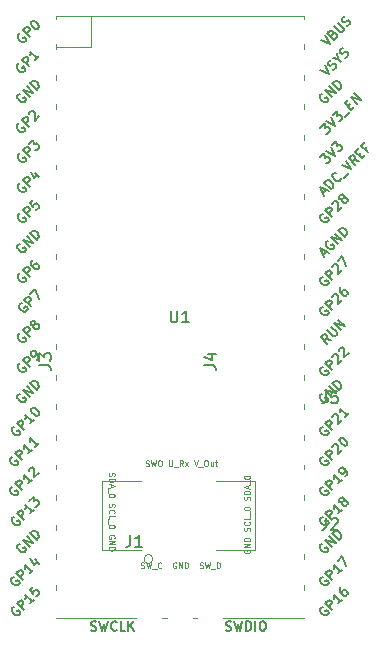
<source format=gbr>
%TF.GenerationSoftware,KiCad,Pcbnew,6.0.8-f2edbf62ab~116~ubuntu22.04.1*%
%TF.CreationDate,2022-10-03T19:04:55-04:00*%
%TF.ProjectId,PicoDebugInterface,5069636f-4465-4627-9567-496e74657266,rev?*%
%TF.SameCoordinates,Original*%
%TF.FileFunction,Legend,Top*%
%TF.FilePolarity,Positive*%
%FSLAX46Y46*%
G04 Gerber Fmt 4.6, Leading zero omitted, Abs format (unit mm)*
G04 Created by KiCad (PCBNEW 6.0.8-f2edbf62ab~116~ubuntu22.04.1) date 2022-10-03 19:04:55*
%MOMM*%
%LPD*%
G01*
G04 APERTURE LIST*
%ADD10C,0.125000*%
%ADD11C,0.150000*%
%ADD12C,0.120000*%
G04 APERTURE END LIST*
D10*
X125471657Y-66394780D02*
X125543085Y-66418590D01*
X125662133Y-66418590D01*
X125709752Y-66394780D01*
X125733561Y-66370971D01*
X125757371Y-66323352D01*
X125757371Y-66275733D01*
X125733561Y-66228114D01*
X125709752Y-66204304D01*
X125662133Y-66180495D01*
X125566895Y-66156685D01*
X125519276Y-66132876D01*
X125495466Y-66109066D01*
X125471657Y-66061447D01*
X125471657Y-66013828D01*
X125495466Y-65966209D01*
X125519276Y-65942400D01*
X125566895Y-65918590D01*
X125685942Y-65918590D01*
X125757371Y-65942400D01*
X125924038Y-65918590D02*
X126043085Y-66418590D01*
X126138323Y-66061447D01*
X126233561Y-66418590D01*
X126352609Y-65918590D01*
X126424038Y-66466209D02*
X126804990Y-66466209D01*
X127209752Y-66370971D02*
X127185942Y-66394780D01*
X127114514Y-66418590D01*
X127066895Y-66418590D01*
X126995466Y-66394780D01*
X126947847Y-66347161D01*
X126924038Y-66299542D01*
X126900228Y-66204304D01*
X126900228Y-66132876D01*
X126924038Y-66037638D01*
X126947847Y-65990019D01*
X126995466Y-65942400D01*
X127066895Y-65918590D01*
X127114514Y-65918590D01*
X127185942Y-65942400D01*
X127209752Y-65966209D01*
X128447847Y-65942400D02*
X128400228Y-65918590D01*
X128328800Y-65918590D01*
X128257371Y-65942400D01*
X128209752Y-65990019D01*
X128185942Y-66037638D01*
X128162133Y-66132876D01*
X128162133Y-66204304D01*
X128185942Y-66299542D01*
X128209752Y-66347161D01*
X128257371Y-66394780D01*
X128328800Y-66418590D01*
X128376419Y-66418590D01*
X128447847Y-66394780D01*
X128471657Y-66370971D01*
X128471657Y-66204304D01*
X128376419Y-66204304D01*
X128685942Y-66418590D02*
X128685942Y-65918590D01*
X128971657Y-66418590D01*
X128971657Y-65918590D01*
X129209752Y-66418590D02*
X129209752Y-65918590D01*
X129328800Y-65918590D01*
X129400228Y-65942400D01*
X129447847Y-65990019D01*
X129471657Y-66037638D01*
X129495466Y-66132876D01*
X129495466Y-66204304D01*
X129471657Y-66299542D01*
X129447847Y-66347161D01*
X129400228Y-66394780D01*
X129328800Y-66418590D01*
X129209752Y-66418590D01*
X130447847Y-66394780D02*
X130519276Y-66418590D01*
X130638323Y-66418590D01*
X130685942Y-66394780D01*
X130709752Y-66370971D01*
X130733561Y-66323352D01*
X130733561Y-66275733D01*
X130709752Y-66228114D01*
X130685942Y-66204304D01*
X130638323Y-66180495D01*
X130543085Y-66156685D01*
X130495466Y-66132876D01*
X130471657Y-66109066D01*
X130447847Y-66061447D01*
X130447847Y-66013828D01*
X130471657Y-65966209D01*
X130495466Y-65942400D01*
X130543085Y-65918590D01*
X130662133Y-65918590D01*
X130733561Y-65942400D01*
X130900228Y-65918590D02*
X131019276Y-66418590D01*
X131114514Y-66061447D01*
X131209752Y-66418590D01*
X131328800Y-65918590D01*
X131400228Y-66466209D02*
X131781180Y-66466209D01*
X131900228Y-66418590D02*
X131900228Y-65918590D01*
X132019276Y-65918590D01*
X132090704Y-65942400D01*
X132138323Y-65990019D01*
X132162133Y-66037638D01*
X132185942Y-66132876D01*
X132185942Y-66204304D01*
X132162133Y-66299542D01*
X132138323Y-66347161D01*
X132090704Y-66394780D01*
X132019276Y-66418590D01*
X131900228Y-66418590D01*
X125867695Y-57758780D02*
X125939123Y-57782590D01*
X126058171Y-57782590D01*
X126105790Y-57758780D01*
X126129600Y-57734971D01*
X126153409Y-57687352D01*
X126153409Y-57639733D01*
X126129600Y-57592114D01*
X126105790Y-57568304D01*
X126058171Y-57544495D01*
X125962933Y-57520685D01*
X125915314Y-57496876D01*
X125891504Y-57473066D01*
X125867695Y-57425447D01*
X125867695Y-57377828D01*
X125891504Y-57330209D01*
X125915314Y-57306400D01*
X125962933Y-57282590D01*
X126081980Y-57282590D01*
X126153409Y-57306400D01*
X126320076Y-57282590D02*
X126439123Y-57782590D01*
X126534361Y-57425447D01*
X126629600Y-57782590D01*
X126748647Y-57282590D01*
X127034361Y-57282590D02*
X127129600Y-57282590D01*
X127177219Y-57306400D01*
X127224838Y-57354019D01*
X127248647Y-57449257D01*
X127248647Y-57615923D01*
X127224838Y-57711161D01*
X127177219Y-57758780D01*
X127129600Y-57782590D01*
X127034361Y-57782590D01*
X126986742Y-57758780D01*
X126939123Y-57711161D01*
X126915314Y-57615923D01*
X126915314Y-57449257D01*
X126939123Y-57354019D01*
X126986742Y-57306400D01*
X127034361Y-57282590D01*
X127843885Y-57282590D02*
X127843885Y-57687352D01*
X127867695Y-57734971D01*
X127891504Y-57758780D01*
X127939123Y-57782590D01*
X128034361Y-57782590D01*
X128081980Y-57758780D01*
X128105790Y-57734971D01*
X128129600Y-57687352D01*
X128129600Y-57282590D01*
X128248647Y-57830209D02*
X128629600Y-57830209D01*
X129034361Y-57782590D02*
X128867695Y-57544495D01*
X128748647Y-57782590D02*
X128748647Y-57282590D01*
X128939123Y-57282590D01*
X128986742Y-57306400D01*
X129010552Y-57330209D01*
X129034361Y-57377828D01*
X129034361Y-57449257D01*
X129010552Y-57496876D01*
X128986742Y-57520685D01*
X128939123Y-57544495D01*
X128748647Y-57544495D01*
X129201028Y-57782590D02*
X129462933Y-57449257D01*
X129201028Y-57449257D02*
X129462933Y-57782590D01*
X129962933Y-57282590D02*
X130129600Y-57782590D01*
X130296266Y-57282590D01*
X130343885Y-57830209D02*
X130724838Y-57830209D01*
X130939123Y-57282590D02*
X131034361Y-57282590D01*
X131081980Y-57306400D01*
X131129600Y-57354019D01*
X131153409Y-57449257D01*
X131153409Y-57615923D01*
X131129600Y-57711161D01*
X131081980Y-57758780D01*
X131034361Y-57782590D01*
X130939123Y-57782590D01*
X130891504Y-57758780D01*
X130843885Y-57711161D01*
X130820076Y-57615923D01*
X130820076Y-57449257D01*
X130843885Y-57354019D01*
X130891504Y-57306400D01*
X130939123Y-57282590D01*
X131581980Y-57449257D02*
X131581980Y-57782590D01*
X131367695Y-57449257D02*
X131367695Y-57711161D01*
X131391504Y-57758780D01*
X131439123Y-57782590D01*
X131510552Y-57782590D01*
X131558171Y-57758780D01*
X131581980Y-57734971D01*
X131748647Y-57449257D02*
X131939123Y-57449257D01*
X131820076Y-57282590D02*
X131820076Y-57711161D01*
X131843885Y-57758780D01*
X131891504Y-57782590D01*
X131939123Y-57782590D01*
X134221500Y-64886304D02*
X134197690Y-64933923D01*
X134197690Y-65005352D01*
X134221500Y-65076780D01*
X134269119Y-65124400D01*
X134316738Y-65148209D01*
X134411976Y-65172019D01*
X134483404Y-65172019D01*
X134578642Y-65148209D01*
X134626261Y-65124400D01*
X134673880Y-65076780D01*
X134697690Y-65005352D01*
X134697690Y-64957733D01*
X134673880Y-64886304D01*
X134650071Y-64862495D01*
X134483404Y-64862495D01*
X134483404Y-64957733D01*
X134697690Y-64648209D02*
X134197690Y-64648209D01*
X134697690Y-64362495D01*
X134197690Y-64362495D01*
X134697690Y-64124400D02*
X134197690Y-64124400D01*
X134197690Y-64005352D01*
X134221500Y-63933923D01*
X134269119Y-63886304D01*
X134316738Y-63862495D01*
X134411976Y-63838685D01*
X134483404Y-63838685D01*
X134578642Y-63862495D01*
X134626261Y-63886304D01*
X134673880Y-63933923D01*
X134697690Y-64005352D01*
X134697690Y-64124400D01*
X134673880Y-63267257D02*
X134697690Y-63195828D01*
X134697690Y-63076780D01*
X134673880Y-63029161D01*
X134650071Y-63005352D01*
X134602452Y-62981542D01*
X134554833Y-62981542D01*
X134507214Y-63005352D01*
X134483404Y-63029161D01*
X134459595Y-63076780D01*
X134435785Y-63172019D01*
X134411976Y-63219638D01*
X134388166Y-63243447D01*
X134340547Y-63267257D01*
X134292928Y-63267257D01*
X134245309Y-63243447D01*
X134221500Y-63219638D01*
X134197690Y-63172019D01*
X134197690Y-63052971D01*
X134221500Y-62981542D01*
X134650071Y-62481542D02*
X134673880Y-62505352D01*
X134697690Y-62576780D01*
X134697690Y-62624400D01*
X134673880Y-62695828D01*
X134626261Y-62743447D01*
X134578642Y-62767257D01*
X134483404Y-62791066D01*
X134411976Y-62791066D01*
X134316738Y-62767257D01*
X134269119Y-62743447D01*
X134221500Y-62695828D01*
X134197690Y-62624400D01*
X134197690Y-62576780D01*
X134221500Y-62505352D01*
X134245309Y-62481542D01*
X134697690Y-62029161D02*
X134697690Y-62267257D01*
X134197690Y-62267257D01*
X134745309Y-61981542D02*
X134745309Y-61600590D01*
X134197690Y-61386304D02*
X134197690Y-61338685D01*
X134221500Y-61291066D01*
X134245309Y-61267257D01*
X134292928Y-61243447D01*
X134388166Y-61219638D01*
X134507214Y-61219638D01*
X134602452Y-61243447D01*
X134650071Y-61267257D01*
X134673880Y-61291066D01*
X134697690Y-61338685D01*
X134697690Y-61386304D01*
X134673880Y-61433923D01*
X134650071Y-61457733D01*
X134602452Y-61481542D01*
X134507214Y-61505352D01*
X134388166Y-61505352D01*
X134292928Y-61481542D01*
X134245309Y-61457733D01*
X134221500Y-61433923D01*
X134197690Y-61386304D01*
X134673880Y-60648209D02*
X134697690Y-60576780D01*
X134697690Y-60457733D01*
X134673880Y-60410114D01*
X134650071Y-60386304D01*
X134602452Y-60362495D01*
X134554833Y-60362495D01*
X134507214Y-60386304D01*
X134483404Y-60410114D01*
X134459595Y-60457733D01*
X134435785Y-60552971D01*
X134411976Y-60600590D01*
X134388166Y-60624400D01*
X134340547Y-60648209D01*
X134292928Y-60648209D01*
X134245309Y-60624400D01*
X134221500Y-60600590D01*
X134197690Y-60552971D01*
X134197690Y-60433923D01*
X134221500Y-60362495D01*
X134697690Y-60148209D02*
X134197690Y-60148209D01*
X134197690Y-60029161D01*
X134221500Y-59957733D01*
X134269119Y-59910114D01*
X134316738Y-59886304D01*
X134411976Y-59862495D01*
X134483404Y-59862495D01*
X134578642Y-59886304D01*
X134626261Y-59910114D01*
X134673880Y-59957733D01*
X134697690Y-60029161D01*
X134697690Y-60148209D01*
X134554833Y-59672019D02*
X134554833Y-59433923D01*
X134697690Y-59719638D02*
X134197690Y-59552971D01*
X134697690Y-59386304D01*
X134745309Y-59338685D02*
X134745309Y-58957733D01*
X134197690Y-58743447D02*
X134197690Y-58695828D01*
X134221500Y-58648209D01*
X134245309Y-58624400D01*
X134292928Y-58600590D01*
X134388166Y-58576780D01*
X134507214Y-58576780D01*
X134602452Y-58600590D01*
X134650071Y-58624400D01*
X134673880Y-58648209D01*
X134697690Y-58695828D01*
X134697690Y-58743447D01*
X134673880Y-58791066D01*
X134650071Y-58814876D01*
X134602452Y-58838685D01*
X134507214Y-58862495D01*
X134388166Y-58862495D01*
X134292928Y-58838685D01*
X134245309Y-58814876D01*
X134221500Y-58791066D01*
X134197690Y-58743447D01*
X122780519Y-58335504D02*
X122756709Y-58406933D01*
X122756709Y-58525980D01*
X122780519Y-58573600D01*
X122804328Y-58597409D01*
X122851947Y-58621219D01*
X122899566Y-58621219D01*
X122947185Y-58597409D01*
X122970995Y-58573600D01*
X122994804Y-58525980D01*
X123018614Y-58430742D01*
X123042423Y-58383123D01*
X123066233Y-58359314D01*
X123113852Y-58335504D01*
X123161471Y-58335504D01*
X123209090Y-58359314D01*
X123232900Y-58383123D01*
X123256709Y-58430742D01*
X123256709Y-58549790D01*
X123232900Y-58621219D01*
X122756709Y-58835504D02*
X123256709Y-58835504D01*
X123256709Y-58954552D01*
X123232900Y-59025980D01*
X123185280Y-59073600D01*
X123137661Y-59097409D01*
X123042423Y-59121219D01*
X122970995Y-59121219D01*
X122875757Y-59097409D01*
X122828138Y-59073600D01*
X122780519Y-59025980D01*
X122756709Y-58954552D01*
X122756709Y-58835504D01*
X122899566Y-59311695D02*
X122899566Y-59549790D01*
X122756709Y-59264076D02*
X123256709Y-59430742D01*
X122756709Y-59597409D01*
X122709090Y-59645028D02*
X122709090Y-60025980D01*
X123256709Y-60240266D02*
X123256709Y-60287885D01*
X123232900Y-60335504D01*
X123209090Y-60359314D01*
X123161471Y-60383123D01*
X123066233Y-60406933D01*
X122947185Y-60406933D01*
X122851947Y-60383123D01*
X122804328Y-60359314D01*
X122780519Y-60335504D01*
X122756709Y-60287885D01*
X122756709Y-60240266D01*
X122780519Y-60192647D01*
X122804328Y-60168838D01*
X122851947Y-60145028D01*
X122947185Y-60121219D01*
X123066233Y-60121219D01*
X123161471Y-60145028D01*
X123209090Y-60168838D01*
X123232900Y-60192647D01*
X123256709Y-60240266D01*
X122780519Y-60978361D02*
X122756709Y-61049790D01*
X122756709Y-61168838D01*
X122780519Y-61216457D01*
X122804328Y-61240266D01*
X122851947Y-61264076D01*
X122899566Y-61264076D01*
X122947185Y-61240266D01*
X122970995Y-61216457D01*
X122994804Y-61168838D01*
X123018614Y-61073600D01*
X123042423Y-61025980D01*
X123066233Y-61002171D01*
X123113852Y-60978361D01*
X123161471Y-60978361D01*
X123209090Y-61002171D01*
X123232900Y-61025980D01*
X123256709Y-61073600D01*
X123256709Y-61192647D01*
X123232900Y-61264076D01*
X122804328Y-61764076D02*
X122780519Y-61740266D01*
X122756709Y-61668838D01*
X122756709Y-61621219D01*
X122780519Y-61549790D01*
X122828138Y-61502171D01*
X122875757Y-61478361D01*
X122970995Y-61454552D01*
X123042423Y-61454552D01*
X123137661Y-61478361D01*
X123185280Y-61502171D01*
X123232900Y-61549790D01*
X123256709Y-61621219D01*
X123256709Y-61668838D01*
X123232900Y-61740266D01*
X123209090Y-61764076D01*
X122756709Y-62216457D02*
X122756709Y-61978361D01*
X123256709Y-61978361D01*
X122709090Y-62264076D02*
X122709090Y-62645028D01*
X123256709Y-62859314D02*
X123256709Y-62906933D01*
X123232900Y-62954552D01*
X123209090Y-62978361D01*
X123161471Y-63002171D01*
X123066233Y-63025980D01*
X122947185Y-63025980D01*
X122851947Y-63002171D01*
X122804328Y-62978361D01*
X122780519Y-62954552D01*
X122756709Y-62906933D01*
X122756709Y-62859314D01*
X122780519Y-62811695D01*
X122804328Y-62787885D01*
X122851947Y-62764076D01*
X122947185Y-62740266D01*
X123066233Y-62740266D01*
X123161471Y-62764076D01*
X123209090Y-62787885D01*
X123232900Y-62811695D01*
X123256709Y-62859314D01*
X123232900Y-63883123D02*
X123256709Y-63835504D01*
X123256709Y-63764076D01*
X123232900Y-63692647D01*
X123185280Y-63645028D01*
X123137661Y-63621219D01*
X123042423Y-63597409D01*
X122970995Y-63597409D01*
X122875757Y-63621219D01*
X122828138Y-63645028D01*
X122780519Y-63692647D01*
X122756709Y-63764076D01*
X122756709Y-63811695D01*
X122780519Y-63883123D01*
X122804328Y-63906933D01*
X122970995Y-63906933D01*
X122970995Y-63811695D01*
X122756709Y-64121219D02*
X123256709Y-64121219D01*
X122756709Y-64406933D01*
X123256709Y-64406933D01*
X122756709Y-64645028D02*
X123256709Y-64645028D01*
X123256709Y-64764076D01*
X123232900Y-64835504D01*
X123185280Y-64883123D01*
X123137661Y-64906933D01*
X123042423Y-64930742D01*
X122970995Y-64930742D01*
X122875757Y-64906933D01*
X122828138Y-64883123D01*
X122780519Y-64835504D01*
X122756709Y-64764076D01*
X122756709Y-64645028D01*
D11*
%TO.C,J2*%
X141144666Y-62190380D02*
X141144666Y-62904666D01*
X141097047Y-63047523D01*
X141001809Y-63142761D01*
X140858952Y-63190380D01*
X140763714Y-63190380D01*
X141573238Y-62285619D02*
X141620857Y-62238000D01*
X141716095Y-62190380D01*
X141954190Y-62190380D01*
X142049428Y-62238000D01*
X142097047Y-62285619D01*
X142144666Y-62380857D01*
X142144666Y-62476095D01*
X142097047Y-62618952D01*
X141525619Y-63190380D01*
X142144666Y-63190380D01*
%TO.C,J4*%
X130833880Y-49228333D02*
X131548166Y-49228333D01*
X131691023Y-49275952D01*
X131786261Y-49371190D01*
X131833880Y-49514047D01*
X131833880Y-49609285D01*
X131167214Y-48323571D02*
X131833880Y-48323571D01*
X130786261Y-48561666D02*
X131500547Y-48799761D01*
X131500547Y-48180714D01*
%TO.C,J1*%
X124583866Y-63612780D02*
X124583866Y-64327066D01*
X124536247Y-64469923D01*
X124441009Y-64565161D01*
X124298152Y-64612780D01*
X124202914Y-64612780D01*
X125583866Y-64612780D02*
X125012438Y-64612780D01*
X125298152Y-64612780D02*
X125298152Y-63612780D01*
X125202914Y-63755638D01*
X125107676Y-63850876D01*
X125012438Y-63898495D01*
%TO.C,U1*%
X127988095Y-44602380D02*
X127988095Y-45411904D01*
X128035714Y-45507142D01*
X128083333Y-45554761D01*
X128178571Y-45602380D01*
X128369047Y-45602380D01*
X128464285Y-45554761D01*
X128511904Y-45507142D01*
X128559523Y-45411904D01*
X128559523Y-44602380D01*
X129559523Y-45602380D02*
X128988095Y-45602380D01*
X129273809Y-45602380D02*
X129273809Y-44602380D01*
X129178571Y-44745238D01*
X129083333Y-44840476D01*
X128988095Y-44888095D01*
X140670473Y-24219966D02*
X141424720Y-24597089D01*
X141047597Y-23842842D01*
X141747969Y-24219966D02*
X141855719Y-24166091D01*
X141990406Y-24031404D01*
X142017343Y-23950592D01*
X142017343Y-23896717D01*
X141990406Y-23815905D01*
X141936531Y-23762030D01*
X141855719Y-23735093D01*
X141801844Y-23735093D01*
X141721032Y-23762030D01*
X141586345Y-23842842D01*
X141505532Y-23869780D01*
X141451658Y-23869780D01*
X141370845Y-23842842D01*
X141316971Y-23788967D01*
X141290033Y-23708155D01*
X141290033Y-23654280D01*
X141316971Y-23573468D01*
X141451658Y-23438781D01*
X141559407Y-23384906D01*
X142178967Y-23304094D02*
X142448341Y-23573468D01*
X141694094Y-23196345D02*
X142178967Y-23304094D01*
X142071218Y-22819221D01*
X142771590Y-23196345D02*
X142879340Y-23142470D01*
X143014027Y-23007783D01*
X143040964Y-22926971D01*
X143040964Y-22873096D01*
X143014027Y-22792284D01*
X142960152Y-22738409D01*
X142879340Y-22711471D01*
X142825465Y-22711471D01*
X142744653Y-22738409D01*
X142609966Y-22819221D01*
X142529154Y-22846158D01*
X142475279Y-22846158D01*
X142394467Y-22819221D01*
X142340592Y-22765346D01*
X142313654Y-22684534D01*
X142313654Y-22630659D01*
X142340592Y-22549847D01*
X142475279Y-22415160D01*
X142583028Y-22361285D01*
X115236158Y-51648155D02*
X115155346Y-51675093D01*
X115074534Y-51755905D01*
X115020659Y-51863654D01*
X115020659Y-51971404D01*
X115047597Y-52052216D01*
X115128409Y-52186903D01*
X115209221Y-52267715D01*
X115343908Y-52348528D01*
X115424720Y-52375465D01*
X115532470Y-52375465D01*
X115640219Y-52321590D01*
X115694094Y-52267715D01*
X115747969Y-52159966D01*
X115747969Y-52106091D01*
X115559407Y-51917529D01*
X115451658Y-52025279D01*
X116044280Y-51917529D02*
X115478595Y-51351844D01*
X116367529Y-51594280D01*
X115801844Y-51028595D01*
X116636903Y-51324906D02*
X116071218Y-50759221D01*
X116205905Y-50624534D01*
X116313654Y-50570659D01*
X116421404Y-50570659D01*
X116502216Y-50597597D01*
X116636903Y-50678409D01*
X116717715Y-50759221D01*
X116798528Y-50893908D01*
X116825465Y-50974720D01*
X116825465Y-51082470D01*
X116771590Y-51190219D01*
X116636903Y-51324906D01*
X140847722Y-62050592D02*
X140766910Y-62077529D01*
X140686097Y-62158341D01*
X140632223Y-62266091D01*
X140632223Y-62373841D01*
X140659160Y-62454653D01*
X140739972Y-62589340D01*
X140820784Y-62670152D01*
X140955471Y-62750964D01*
X141036284Y-62777902D01*
X141144033Y-62777902D01*
X141251783Y-62724027D01*
X141305658Y-62670152D01*
X141359532Y-62562402D01*
X141359532Y-62508528D01*
X141170971Y-62319966D01*
X141063221Y-62427715D01*
X141655844Y-62319966D02*
X141090158Y-61754280D01*
X141305658Y-61538781D01*
X141386470Y-61511844D01*
X141440345Y-61511844D01*
X141521157Y-61538781D01*
X141601969Y-61619593D01*
X141628906Y-61700406D01*
X141628906Y-61754280D01*
X141601969Y-61835093D01*
X141386470Y-62050592D01*
X142517841Y-61457969D02*
X142194592Y-61781218D01*
X142356216Y-61619593D02*
X141790531Y-61053908D01*
X141817468Y-61188595D01*
X141817468Y-61296345D01*
X141790531Y-61377157D01*
X142517841Y-60811471D02*
X142437028Y-60838409D01*
X142383154Y-60838409D01*
X142302341Y-60811471D01*
X142275404Y-60784534D01*
X142248467Y-60703722D01*
X142248467Y-60649847D01*
X142275404Y-60569035D01*
X142383154Y-60461285D01*
X142463966Y-60434348D01*
X142517841Y-60434348D01*
X142598653Y-60461285D01*
X142625590Y-60488223D01*
X142652528Y-60569035D01*
X142652528Y-60622910D01*
X142625590Y-60703722D01*
X142517841Y-60811471D01*
X142490903Y-60892284D01*
X142490903Y-60946158D01*
X142517841Y-61026971D01*
X142625590Y-61134720D01*
X142706402Y-61161658D01*
X142760277Y-61161658D01*
X142841089Y-61134720D01*
X142948839Y-61026971D01*
X142975776Y-60946158D01*
X142975776Y-60892284D01*
X142948839Y-60811471D01*
X142841089Y-60703722D01*
X142760277Y-60676784D01*
X142706402Y-60676784D01*
X142625590Y-60703722D01*
X115263096Y-46541218D02*
X115182284Y-46568155D01*
X115101471Y-46648967D01*
X115047597Y-46756717D01*
X115047597Y-46864467D01*
X115074534Y-46945279D01*
X115155346Y-47079966D01*
X115236158Y-47160778D01*
X115370845Y-47241590D01*
X115451658Y-47268528D01*
X115559407Y-47268528D01*
X115667157Y-47214653D01*
X115721032Y-47160778D01*
X115774906Y-47053028D01*
X115774906Y-46999154D01*
X115586345Y-46810592D01*
X115478595Y-46918341D01*
X116071218Y-46810592D02*
X115505532Y-46244906D01*
X115721032Y-46029407D01*
X115801844Y-46002470D01*
X115855719Y-46002470D01*
X115936531Y-46029407D01*
X116017343Y-46110219D01*
X116044280Y-46191032D01*
X116044280Y-46244906D01*
X116017343Y-46325719D01*
X115801844Y-46541218D01*
X116394467Y-45840845D02*
X116313654Y-45867783D01*
X116259780Y-45867783D01*
X116178967Y-45840845D01*
X116152030Y-45813908D01*
X116125093Y-45733096D01*
X116125093Y-45679221D01*
X116152030Y-45598409D01*
X116259780Y-45490659D01*
X116340592Y-45463722D01*
X116394467Y-45463722D01*
X116475279Y-45490659D01*
X116502216Y-45517597D01*
X116529154Y-45598409D01*
X116529154Y-45652284D01*
X116502216Y-45733096D01*
X116394467Y-45840845D01*
X116367529Y-45921658D01*
X116367529Y-45975532D01*
X116394467Y-46056345D01*
X116502216Y-46164094D01*
X116583028Y-46191032D01*
X116636903Y-46191032D01*
X116717715Y-46164094D01*
X116825465Y-46056345D01*
X116852402Y-45975532D01*
X116852402Y-45921658D01*
X116825465Y-45840845D01*
X116717715Y-45733096D01*
X116636903Y-45706158D01*
X116583028Y-45706158D01*
X116502216Y-45733096D01*
X140847722Y-44270592D02*
X140766910Y-44297529D01*
X140686097Y-44378341D01*
X140632223Y-44486091D01*
X140632223Y-44593841D01*
X140659160Y-44674653D01*
X140739972Y-44809340D01*
X140820784Y-44890152D01*
X140955471Y-44970964D01*
X141036284Y-44997902D01*
X141144033Y-44997902D01*
X141251783Y-44944027D01*
X141305658Y-44890152D01*
X141359532Y-44782402D01*
X141359532Y-44728528D01*
X141170971Y-44539966D01*
X141063221Y-44647715D01*
X141655844Y-44539966D02*
X141090158Y-43974280D01*
X141305658Y-43758781D01*
X141386470Y-43731844D01*
X141440345Y-43731844D01*
X141521157Y-43758781D01*
X141601969Y-43839593D01*
X141628906Y-43920406D01*
X141628906Y-43974280D01*
X141601969Y-44055093D01*
X141386470Y-44270592D01*
X141682781Y-43489407D02*
X141682781Y-43435532D01*
X141709719Y-43354720D01*
X141844406Y-43220033D01*
X141925218Y-43193096D01*
X141979093Y-43193096D01*
X142059905Y-43220033D01*
X142113780Y-43273908D01*
X142167654Y-43381658D01*
X142167654Y-44028155D01*
X142517841Y-43677969D01*
X142437028Y-42627410D02*
X142329279Y-42735160D01*
X142302341Y-42815972D01*
X142302341Y-42869847D01*
X142329279Y-43004534D01*
X142410091Y-43139221D01*
X142625590Y-43354720D01*
X142706402Y-43381658D01*
X142760277Y-43381658D01*
X142841089Y-43354720D01*
X142948839Y-43246971D01*
X142975776Y-43166158D01*
X142975776Y-43112284D01*
X142948839Y-43031471D01*
X142814152Y-42896784D01*
X142733340Y-42869847D01*
X142679465Y-42869847D01*
X142598653Y-42896784D01*
X142490903Y-43004534D01*
X142463966Y-43085346D01*
X142463966Y-43139221D01*
X142490903Y-43220033D01*
X115163096Y-23671218D02*
X115082284Y-23698155D01*
X115001471Y-23778967D01*
X114947597Y-23886717D01*
X114947597Y-23994467D01*
X114974534Y-24075279D01*
X115055346Y-24209966D01*
X115136158Y-24290778D01*
X115270845Y-24371590D01*
X115351658Y-24398528D01*
X115459407Y-24398528D01*
X115567157Y-24344653D01*
X115621032Y-24290778D01*
X115674906Y-24183028D01*
X115674906Y-24129154D01*
X115486345Y-23940592D01*
X115378595Y-24048341D01*
X115971218Y-23940592D02*
X115405532Y-23374906D01*
X115621032Y-23159407D01*
X115701844Y-23132470D01*
X115755719Y-23132470D01*
X115836531Y-23159407D01*
X115917343Y-23240219D01*
X115944280Y-23321032D01*
X115944280Y-23374906D01*
X115917343Y-23455719D01*
X115701844Y-23671218D01*
X116833215Y-23078595D02*
X116509966Y-23401844D01*
X116671590Y-23240219D02*
X116105905Y-22674534D01*
X116132842Y-22809221D01*
X116132842Y-22916971D01*
X116105905Y-22997783D01*
X115263096Y-33841218D02*
X115182284Y-33868155D01*
X115101471Y-33948967D01*
X115047597Y-34056717D01*
X115047597Y-34164467D01*
X115074534Y-34245279D01*
X115155346Y-34379966D01*
X115236158Y-34460778D01*
X115370845Y-34541590D01*
X115451658Y-34568528D01*
X115559407Y-34568528D01*
X115667157Y-34514653D01*
X115721032Y-34460778D01*
X115774906Y-34353028D01*
X115774906Y-34299154D01*
X115586345Y-34110592D01*
X115478595Y-34218341D01*
X116071218Y-34110592D02*
X115505532Y-33544906D01*
X115721032Y-33329407D01*
X115801844Y-33302470D01*
X115855719Y-33302470D01*
X115936531Y-33329407D01*
X116017343Y-33410219D01*
X116044280Y-33491032D01*
X116044280Y-33544906D01*
X116017343Y-33625719D01*
X115801844Y-33841218D01*
X116502216Y-32925346D02*
X116879340Y-33302470D01*
X116152030Y-32844534D02*
X116421404Y-33383282D01*
X116771590Y-33033096D01*
X140847722Y-49350592D02*
X140766910Y-49377529D01*
X140686097Y-49458341D01*
X140632223Y-49566091D01*
X140632223Y-49673841D01*
X140659160Y-49754653D01*
X140739972Y-49889340D01*
X140820784Y-49970152D01*
X140955471Y-50050964D01*
X141036284Y-50077902D01*
X141144033Y-50077902D01*
X141251783Y-50024027D01*
X141305658Y-49970152D01*
X141359532Y-49862402D01*
X141359532Y-49808528D01*
X141170971Y-49619966D01*
X141063221Y-49727715D01*
X141655844Y-49619966D02*
X141090158Y-49054280D01*
X141305658Y-48838781D01*
X141386470Y-48811844D01*
X141440345Y-48811844D01*
X141521157Y-48838781D01*
X141601969Y-48919593D01*
X141628906Y-49000406D01*
X141628906Y-49054280D01*
X141601969Y-49135093D01*
X141386470Y-49350592D01*
X141682781Y-48569407D02*
X141682781Y-48515532D01*
X141709719Y-48434720D01*
X141844406Y-48300033D01*
X141925218Y-48273096D01*
X141979093Y-48273096D01*
X142059905Y-48300033D01*
X142113780Y-48353908D01*
X142167654Y-48461658D01*
X142167654Y-49108155D01*
X142517841Y-48757969D01*
X142221529Y-48030659D02*
X142221529Y-47976784D01*
X142248467Y-47895972D01*
X142383154Y-47761285D01*
X142463966Y-47734348D01*
X142517841Y-47734348D01*
X142598653Y-47761285D01*
X142652528Y-47815160D01*
X142706402Y-47922910D01*
X142706402Y-48569407D01*
X143056589Y-48219221D01*
X114593722Y-56970592D02*
X114512910Y-56997529D01*
X114432097Y-57078341D01*
X114378223Y-57186091D01*
X114378223Y-57293841D01*
X114405160Y-57374653D01*
X114485972Y-57509340D01*
X114566784Y-57590152D01*
X114701471Y-57670964D01*
X114782284Y-57697902D01*
X114890033Y-57697902D01*
X114997783Y-57644027D01*
X115051658Y-57590152D01*
X115105532Y-57482402D01*
X115105532Y-57428528D01*
X114916971Y-57239966D01*
X114809221Y-57347715D01*
X115401844Y-57239966D02*
X114836158Y-56674280D01*
X115051658Y-56458781D01*
X115132470Y-56431844D01*
X115186345Y-56431844D01*
X115267157Y-56458781D01*
X115347969Y-56539593D01*
X115374906Y-56620406D01*
X115374906Y-56674280D01*
X115347969Y-56755093D01*
X115132470Y-56970592D01*
X116263841Y-56377969D02*
X115940592Y-56701218D01*
X116102216Y-56539593D02*
X115536531Y-55973908D01*
X115563468Y-56108595D01*
X115563468Y-56216345D01*
X115536531Y-56297157D01*
X116802589Y-55839221D02*
X116479340Y-56162470D01*
X116640964Y-56000845D02*
X116075279Y-55435160D01*
X116102216Y-55569847D01*
X116102216Y-55677597D01*
X116075279Y-55758409D01*
X121240476Y-71673809D02*
X121354761Y-71711904D01*
X121545238Y-71711904D01*
X121621428Y-71673809D01*
X121659523Y-71635714D01*
X121697619Y-71559523D01*
X121697619Y-71483333D01*
X121659523Y-71407142D01*
X121621428Y-71369047D01*
X121545238Y-71330952D01*
X121392857Y-71292857D01*
X121316666Y-71254761D01*
X121278571Y-71216666D01*
X121240476Y-71140476D01*
X121240476Y-71064285D01*
X121278571Y-70988095D01*
X121316666Y-70950000D01*
X121392857Y-70911904D01*
X121583333Y-70911904D01*
X121697619Y-70950000D01*
X121964285Y-70911904D02*
X122154761Y-71711904D01*
X122307142Y-71140476D01*
X122459523Y-71711904D01*
X122650000Y-70911904D01*
X123411904Y-71635714D02*
X123373809Y-71673809D01*
X123259523Y-71711904D01*
X123183333Y-71711904D01*
X123069047Y-71673809D01*
X122992857Y-71597619D01*
X122954761Y-71521428D01*
X122916666Y-71369047D01*
X122916666Y-71254761D01*
X122954761Y-71102380D01*
X122992857Y-71026190D01*
X123069047Y-70950000D01*
X123183333Y-70911904D01*
X123259523Y-70911904D01*
X123373809Y-70950000D01*
X123411904Y-70988095D01*
X124135714Y-71711904D02*
X123754761Y-71711904D01*
X123754761Y-70911904D01*
X124402380Y-71711904D02*
X124402380Y-70911904D01*
X124859523Y-71711904D02*
X124516666Y-71254761D01*
X124859523Y-70911904D02*
X124402380Y-71369047D01*
X140639847Y-31640592D02*
X140990033Y-31290406D01*
X141016971Y-31694467D01*
X141097783Y-31613654D01*
X141178595Y-31586717D01*
X141232470Y-31586717D01*
X141313282Y-31613654D01*
X141447969Y-31748341D01*
X141474906Y-31829154D01*
X141474906Y-31883028D01*
X141447969Y-31963841D01*
X141286345Y-32125465D01*
X141205532Y-32152402D01*
X141151658Y-32152402D01*
X141151658Y-31128781D02*
X141905905Y-31505905D01*
X141528781Y-30751658D01*
X141663468Y-30616971D02*
X142013654Y-30266784D01*
X142040592Y-30670845D01*
X142121404Y-30590033D01*
X142202216Y-30563096D01*
X142256091Y-30563096D01*
X142336903Y-30590033D01*
X142471590Y-30724720D01*
X142498528Y-30805532D01*
X142498528Y-30859407D01*
X142471590Y-30940219D01*
X142309966Y-31101844D01*
X142229154Y-31128781D01*
X142175279Y-31128781D01*
X140847722Y-36396592D02*
X140766910Y-36423529D01*
X140686097Y-36504341D01*
X140632223Y-36612091D01*
X140632223Y-36719841D01*
X140659160Y-36800653D01*
X140739972Y-36935340D01*
X140820784Y-37016152D01*
X140955471Y-37096964D01*
X141036284Y-37123902D01*
X141144033Y-37123902D01*
X141251783Y-37070027D01*
X141305658Y-37016152D01*
X141359532Y-36908402D01*
X141359532Y-36854528D01*
X141170971Y-36665966D01*
X141063221Y-36773715D01*
X141655844Y-36665966D02*
X141090158Y-36100280D01*
X141305658Y-35884781D01*
X141386470Y-35857844D01*
X141440345Y-35857844D01*
X141521157Y-35884781D01*
X141601969Y-35965593D01*
X141628906Y-36046406D01*
X141628906Y-36100280D01*
X141601969Y-36181093D01*
X141386470Y-36396592D01*
X141682781Y-35615407D02*
X141682781Y-35561532D01*
X141709719Y-35480720D01*
X141844406Y-35346033D01*
X141925218Y-35319096D01*
X141979093Y-35319096D01*
X142059905Y-35346033D01*
X142113780Y-35399908D01*
X142167654Y-35507658D01*
X142167654Y-36154155D01*
X142517841Y-35803969D01*
X142517841Y-35157471D02*
X142437028Y-35184409D01*
X142383154Y-35184409D01*
X142302341Y-35157471D01*
X142275404Y-35130534D01*
X142248467Y-35049722D01*
X142248467Y-34995847D01*
X142275404Y-34915035D01*
X142383154Y-34807285D01*
X142463966Y-34780348D01*
X142517841Y-34780348D01*
X142598653Y-34807285D01*
X142625590Y-34834223D01*
X142652528Y-34915035D01*
X142652528Y-34968910D01*
X142625590Y-35049722D01*
X142517841Y-35157471D01*
X142490903Y-35238284D01*
X142490903Y-35292158D01*
X142517841Y-35372971D01*
X142625590Y-35480720D01*
X142706402Y-35507658D01*
X142760277Y-35507658D01*
X142841089Y-35480720D01*
X142948839Y-35372971D01*
X142975776Y-35292158D01*
X142975776Y-35238284D01*
X142948839Y-35157471D01*
X142841089Y-35049722D01*
X142760277Y-35022784D01*
X142706402Y-35022784D01*
X142625590Y-35049722D01*
X140847722Y-69670592D02*
X140766910Y-69697529D01*
X140686097Y-69778341D01*
X140632223Y-69886091D01*
X140632223Y-69993841D01*
X140659160Y-70074653D01*
X140739972Y-70209340D01*
X140820784Y-70290152D01*
X140955471Y-70370964D01*
X141036284Y-70397902D01*
X141144033Y-70397902D01*
X141251783Y-70344027D01*
X141305658Y-70290152D01*
X141359532Y-70182402D01*
X141359532Y-70128528D01*
X141170971Y-69939966D01*
X141063221Y-70047715D01*
X141655844Y-69939966D02*
X141090158Y-69374280D01*
X141305658Y-69158781D01*
X141386470Y-69131844D01*
X141440345Y-69131844D01*
X141521157Y-69158781D01*
X141601969Y-69239593D01*
X141628906Y-69320406D01*
X141628906Y-69374280D01*
X141601969Y-69455093D01*
X141386470Y-69670592D01*
X142517841Y-69077969D02*
X142194592Y-69401218D01*
X142356216Y-69239593D02*
X141790531Y-68673908D01*
X141817468Y-68808595D01*
X141817468Y-68916345D01*
X141790531Y-68997157D01*
X142437028Y-68027410D02*
X142329279Y-68135160D01*
X142302341Y-68215972D01*
X142302341Y-68269847D01*
X142329279Y-68404534D01*
X142410091Y-68539221D01*
X142625590Y-68754720D01*
X142706402Y-68781658D01*
X142760277Y-68781658D01*
X142841089Y-68754720D01*
X142948839Y-68646971D01*
X142975776Y-68566158D01*
X142975776Y-68512284D01*
X142948839Y-68431471D01*
X142814152Y-68296784D01*
X142733340Y-68269847D01*
X142679465Y-68269847D01*
X142598653Y-68296784D01*
X142490903Y-68404534D01*
X142463966Y-68485346D01*
X142463966Y-68539221D01*
X142490903Y-68620033D01*
X140836158Y-51648155D02*
X140755346Y-51675093D01*
X140674534Y-51755905D01*
X140620659Y-51863654D01*
X140620659Y-51971404D01*
X140647597Y-52052216D01*
X140728409Y-52186903D01*
X140809221Y-52267715D01*
X140943908Y-52348528D01*
X141024720Y-52375465D01*
X141132470Y-52375465D01*
X141240219Y-52321590D01*
X141294094Y-52267715D01*
X141347969Y-52159966D01*
X141347969Y-52106091D01*
X141159407Y-51917529D01*
X141051658Y-52025279D01*
X141644280Y-51917529D02*
X141078595Y-51351844D01*
X141967529Y-51594280D01*
X141401844Y-51028595D01*
X142236903Y-51324906D02*
X141671218Y-50759221D01*
X141805905Y-50624534D01*
X141913654Y-50570659D01*
X142021404Y-50570659D01*
X142102216Y-50597597D01*
X142236903Y-50678409D01*
X142317715Y-50759221D01*
X142398528Y-50893908D01*
X142425465Y-50974720D01*
X142425465Y-51082470D01*
X142371590Y-51190219D01*
X142236903Y-51324906D01*
X115263096Y-21141218D02*
X115182284Y-21168155D01*
X115101471Y-21248967D01*
X115047597Y-21356717D01*
X115047597Y-21464467D01*
X115074534Y-21545279D01*
X115155346Y-21679966D01*
X115236158Y-21760778D01*
X115370845Y-21841590D01*
X115451658Y-21868528D01*
X115559407Y-21868528D01*
X115667157Y-21814653D01*
X115721032Y-21760778D01*
X115774906Y-21653028D01*
X115774906Y-21599154D01*
X115586345Y-21410592D01*
X115478595Y-21518341D01*
X116071218Y-21410592D02*
X115505532Y-20844906D01*
X115721032Y-20629407D01*
X115801844Y-20602470D01*
X115855719Y-20602470D01*
X115936531Y-20629407D01*
X116017343Y-20710219D01*
X116044280Y-20791032D01*
X116044280Y-20844906D01*
X116017343Y-20925719D01*
X115801844Y-21141218D01*
X116178967Y-20171471D02*
X116232842Y-20117597D01*
X116313654Y-20090659D01*
X116367529Y-20090659D01*
X116448341Y-20117597D01*
X116583028Y-20198409D01*
X116717715Y-20333096D01*
X116798528Y-20467783D01*
X116825465Y-20548595D01*
X116825465Y-20602470D01*
X116798528Y-20683282D01*
X116744653Y-20737157D01*
X116663841Y-20764094D01*
X116609966Y-20764094D01*
X116529154Y-20737157D01*
X116394467Y-20656345D01*
X116259780Y-20521658D01*
X116178967Y-20386971D01*
X116152030Y-20306158D01*
X116152030Y-20252284D01*
X116178967Y-20171471D01*
X140904788Y-34683773D02*
X141174162Y-34414399D01*
X141012537Y-34899272D02*
X140635414Y-34145025D01*
X141389661Y-34522149D01*
X141578223Y-34333587D02*
X141012537Y-33767902D01*
X141147224Y-33633215D01*
X141254974Y-33579340D01*
X141362723Y-33579340D01*
X141443536Y-33606277D01*
X141578223Y-33687089D01*
X141659035Y-33767902D01*
X141739847Y-33902589D01*
X141766784Y-33983401D01*
X141766784Y-34091150D01*
X141712910Y-34198900D01*
X141578223Y-34333587D01*
X142413282Y-33390778D02*
X142413282Y-33444653D01*
X142359407Y-33552402D01*
X142305532Y-33606277D01*
X142197783Y-33660152D01*
X142090033Y-33660152D01*
X142009221Y-33633215D01*
X141874534Y-33552402D01*
X141793722Y-33471590D01*
X141712910Y-33336903D01*
X141685972Y-33256091D01*
X141685972Y-33148341D01*
X141739847Y-33040592D01*
X141793722Y-32986717D01*
X141901471Y-32932842D01*
X141955346Y-32932842D01*
X142628781Y-33390778D02*
X143059780Y-32959780D01*
X142494094Y-32286345D02*
X143248341Y-32663468D01*
X142871218Y-31909221D01*
X143948714Y-31963096D02*
X143490778Y-31882284D01*
X143625465Y-32286345D02*
X143059780Y-31720659D01*
X143275279Y-31505160D01*
X143356091Y-31478223D01*
X143409966Y-31478223D01*
X143490778Y-31505160D01*
X143571590Y-31585972D01*
X143598528Y-31666784D01*
X143598528Y-31720659D01*
X143571590Y-31801471D01*
X143356091Y-32016971D01*
X143894839Y-31424348D02*
X144083401Y-31235786D01*
X144460524Y-31451285D02*
X144191150Y-31720659D01*
X143625465Y-31154974D01*
X143894839Y-30885600D01*
X144595211Y-30723975D02*
X144406650Y-30912537D01*
X144702961Y-31208849D02*
X144137276Y-30643163D01*
X144406650Y-30373789D01*
X140847722Y-41740592D02*
X140766910Y-41767529D01*
X140686097Y-41848341D01*
X140632223Y-41956091D01*
X140632223Y-42063841D01*
X140659160Y-42144653D01*
X140739972Y-42279340D01*
X140820784Y-42360152D01*
X140955471Y-42440964D01*
X141036284Y-42467902D01*
X141144033Y-42467902D01*
X141251783Y-42414027D01*
X141305658Y-42360152D01*
X141359532Y-42252402D01*
X141359532Y-42198528D01*
X141170971Y-42009966D01*
X141063221Y-42117715D01*
X141655844Y-42009966D02*
X141090158Y-41444280D01*
X141305658Y-41228781D01*
X141386470Y-41201844D01*
X141440345Y-41201844D01*
X141521157Y-41228781D01*
X141601969Y-41309593D01*
X141628906Y-41390406D01*
X141628906Y-41444280D01*
X141601969Y-41525093D01*
X141386470Y-41740592D01*
X141682781Y-40959407D02*
X141682781Y-40905532D01*
X141709719Y-40824720D01*
X141844406Y-40690033D01*
X141925218Y-40663096D01*
X141979093Y-40663096D01*
X142059905Y-40690033D01*
X142113780Y-40743908D01*
X142167654Y-40851658D01*
X142167654Y-41498155D01*
X142517841Y-41147969D01*
X142140717Y-40393722D02*
X142517841Y-40016598D01*
X142841089Y-40824720D01*
X114693722Y-67130592D02*
X114612910Y-67157529D01*
X114532097Y-67238341D01*
X114478223Y-67346091D01*
X114478223Y-67453841D01*
X114505160Y-67534653D01*
X114585972Y-67669340D01*
X114666784Y-67750152D01*
X114801471Y-67830964D01*
X114882284Y-67857902D01*
X114990033Y-67857902D01*
X115097783Y-67804027D01*
X115151658Y-67750152D01*
X115205532Y-67642402D01*
X115205532Y-67588528D01*
X115016971Y-67399966D01*
X114909221Y-67507715D01*
X115501844Y-67399966D02*
X114936158Y-66834280D01*
X115151658Y-66618781D01*
X115232470Y-66591844D01*
X115286345Y-66591844D01*
X115367157Y-66618781D01*
X115447969Y-66699593D01*
X115474906Y-66780406D01*
X115474906Y-66834280D01*
X115447969Y-66915093D01*
X115232470Y-67130592D01*
X116363841Y-66537969D02*
X116040592Y-66861218D01*
X116202216Y-66699593D02*
X115636531Y-66133908D01*
X115663468Y-66268595D01*
X115663468Y-66376345D01*
X115636531Y-66457157D01*
X116471590Y-65675972D02*
X116848714Y-66053096D01*
X116121404Y-65595160D02*
X116390778Y-66133908D01*
X116740964Y-65783722D01*
X114739722Y-62050592D02*
X114658910Y-62077529D01*
X114578097Y-62158341D01*
X114524223Y-62266091D01*
X114524223Y-62373841D01*
X114551160Y-62454653D01*
X114631972Y-62589340D01*
X114712784Y-62670152D01*
X114847471Y-62750964D01*
X114928284Y-62777902D01*
X115036033Y-62777902D01*
X115143783Y-62724027D01*
X115197658Y-62670152D01*
X115251532Y-62562402D01*
X115251532Y-62508528D01*
X115062971Y-62319966D01*
X114955221Y-62427715D01*
X115547844Y-62319966D02*
X114982158Y-61754280D01*
X115197658Y-61538781D01*
X115278470Y-61511844D01*
X115332345Y-61511844D01*
X115413157Y-61538781D01*
X115493969Y-61619593D01*
X115520906Y-61700406D01*
X115520906Y-61754280D01*
X115493969Y-61835093D01*
X115278470Y-62050592D01*
X116409841Y-61457969D02*
X116086592Y-61781218D01*
X116248216Y-61619593D02*
X115682531Y-61053908D01*
X115709468Y-61188595D01*
X115709468Y-61296345D01*
X115682531Y-61377157D01*
X116032717Y-60703722D02*
X116382903Y-60353536D01*
X116409841Y-60757597D01*
X116490653Y-60676784D01*
X116571465Y-60649847D01*
X116625340Y-60649847D01*
X116706152Y-60676784D01*
X116840839Y-60811471D01*
X116867776Y-60892284D01*
X116867776Y-60946158D01*
X116840839Y-61026971D01*
X116679215Y-61188595D01*
X116598402Y-61215532D01*
X116544528Y-61215532D01*
X115236158Y-26248155D02*
X115155346Y-26275093D01*
X115074534Y-26355905D01*
X115020659Y-26463654D01*
X115020659Y-26571404D01*
X115047597Y-26652216D01*
X115128409Y-26786903D01*
X115209221Y-26867715D01*
X115343908Y-26948528D01*
X115424720Y-26975465D01*
X115532470Y-26975465D01*
X115640219Y-26921590D01*
X115694094Y-26867715D01*
X115747969Y-26759966D01*
X115747969Y-26706091D01*
X115559407Y-26517529D01*
X115451658Y-26625279D01*
X116044280Y-26517529D02*
X115478595Y-25951844D01*
X116367529Y-26194280D01*
X115801844Y-25628595D01*
X116636903Y-25924906D02*
X116071218Y-25359221D01*
X116205905Y-25224534D01*
X116313654Y-25170659D01*
X116421404Y-25170659D01*
X116502216Y-25197597D01*
X116636903Y-25278409D01*
X116717715Y-25359221D01*
X116798528Y-25493908D01*
X116825465Y-25574720D01*
X116825465Y-25682470D01*
X116771590Y-25790219D01*
X116636903Y-25924906D01*
X132654761Y-71673809D02*
X132769047Y-71711904D01*
X132959523Y-71711904D01*
X133035714Y-71673809D01*
X133073809Y-71635714D01*
X133111904Y-71559523D01*
X133111904Y-71483333D01*
X133073809Y-71407142D01*
X133035714Y-71369047D01*
X132959523Y-71330952D01*
X132807142Y-71292857D01*
X132730952Y-71254761D01*
X132692857Y-71216666D01*
X132654761Y-71140476D01*
X132654761Y-71064285D01*
X132692857Y-70988095D01*
X132730952Y-70950000D01*
X132807142Y-70911904D01*
X132997619Y-70911904D01*
X133111904Y-70950000D01*
X133378571Y-70911904D02*
X133569047Y-71711904D01*
X133721428Y-71140476D01*
X133873809Y-71711904D01*
X134064285Y-70911904D01*
X134369047Y-71711904D02*
X134369047Y-70911904D01*
X134559523Y-70911904D01*
X134673809Y-70950000D01*
X134750000Y-71026190D01*
X134788095Y-71102380D01*
X134826190Y-71254761D01*
X134826190Y-71369047D01*
X134788095Y-71521428D01*
X134750000Y-71597619D01*
X134673809Y-71673809D01*
X134559523Y-71711904D01*
X134369047Y-71711904D01*
X135169047Y-71711904D02*
X135169047Y-70911904D01*
X135702380Y-70911904D02*
X135854761Y-70911904D01*
X135930952Y-70950000D01*
X136007142Y-71026190D01*
X136045238Y-71178571D01*
X136045238Y-71445238D01*
X136007142Y-71597619D01*
X135930952Y-71673809D01*
X135854761Y-71711904D01*
X135702380Y-71711904D01*
X135626190Y-71673809D01*
X135550000Y-71597619D01*
X135511904Y-71445238D01*
X135511904Y-71178571D01*
X135550000Y-71026190D01*
X135626190Y-70950000D01*
X135702380Y-70911904D01*
X140847722Y-56970592D02*
X140766910Y-56997529D01*
X140686097Y-57078341D01*
X140632223Y-57186091D01*
X140632223Y-57293841D01*
X140659160Y-57374653D01*
X140739972Y-57509340D01*
X140820784Y-57590152D01*
X140955471Y-57670964D01*
X141036284Y-57697902D01*
X141144033Y-57697902D01*
X141251783Y-57644027D01*
X141305658Y-57590152D01*
X141359532Y-57482402D01*
X141359532Y-57428528D01*
X141170971Y-57239966D01*
X141063221Y-57347715D01*
X141655844Y-57239966D02*
X141090158Y-56674280D01*
X141305658Y-56458781D01*
X141386470Y-56431844D01*
X141440345Y-56431844D01*
X141521157Y-56458781D01*
X141601969Y-56539593D01*
X141628906Y-56620406D01*
X141628906Y-56674280D01*
X141601969Y-56755093D01*
X141386470Y-56970592D01*
X141682781Y-56189407D02*
X141682781Y-56135532D01*
X141709719Y-56054720D01*
X141844406Y-55920033D01*
X141925218Y-55893096D01*
X141979093Y-55893096D01*
X142059905Y-55920033D01*
X142113780Y-55973908D01*
X142167654Y-56081658D01*
X142167654Y-56728155D01*
X142517841Y-56377969D01*
X142302341Y-55462097D02*
X142356216Y-55408223D01*
X142437028Y-55381285D01*
X142490903Y-55381285D01*
X142571715Y-55408223D01*
X142706402Y-55489035D01*
X142841089Y-55623722D01*
X142921902Y-55758409D01*
X142948839Y-55839221D01*
X142948839Y-55893096D01*
X142921902Y-55973908D01*
X142868027Y-56027783D01*
X142787215Y-56054720D01*
X142733340Y-56054720D01*
X142652528Y-56027783D01*
X142517841Y-55946971D01*
X142383154Y-55812284D01*
X142302341Y-55677597D01*
X142275404Y-55596784D01*
X142275404Y-55542910D01*
X142302341Y-55462097D01*
X141588375Y-47093435D02*
X141130439Y-47012622D01*
X141265126Y-47416683D02*
X140699441Y-46850998D01*
X140914940Y-46635499D01*
X140995752Y-46608561D01*
X141049627Y-46608561D01*
X141130439Y-46635499D01*
X141211251Y-46716311D01*
X141238189Y-46797123D01*
X141238189Y-46850998D01*
X141211251Y-46931810D01*
X140995752Y-47147309D01*
X141265126Y-46285312D02*
X141723062Y-46743248D01*
X141803874Y-46770186D01*
X141857749Y-46770186D01*
X141938561Y-46743248D01*
X142046311Y-46635499D01*
X142073248Y-46554687D01*
X142073248Y-46500812D01*
X142046311Y-46419999D01*
X141588375Y-45962064D01*
X142423435Y-46258375D02*
X141857749Y-45692690D01*
X142746683Y-45935126D01*
X142180998Y-45369441D01*
X114739722Y-69670592D02*
X114658910Y-69697529D01*
X114578097Y-69778341D01*
X114524223Y-69886091D01*
X114524223Y-69993841D01*
X114551160Y-70074653D01*
X114631972Y-70209340D01*
X114712784Y-70290152D01*
X114847471Y-70370964D01*
X114928284Y-70397902D01*
X115036033Y-70397902D01*
X115143783Y-70344027D01*
X115197658Y-70290152D01*
X115251532Y-70182402D01*
X115251532Y-70128528D01*
X115062971Y-69939966D01*
X114955221Y-70047715D01*
X115547844Y-69939966D02*
X114982158Y-69374280D01*
X115197658Y-69158781D01*
X115278470Y-69131844D01*
X115332345Y-69131844D01*
X115413157Y-69158781D01*
X115493969Y-69239593D01*
X115520906Y-69320406D01*
X115520906Y-69374280D01*
X115493969Y-69455093D01*
X115278470Y-69670592D01*
X116409841Y-69077969D02*
X116086592Y-69401218D01*
X116248216Y-69239593D02*
X115682531Y-68673908D01*
X115709468Y-68808595D01*
X115709468Y-68916345D01*
X115682531Y-68997157D01*
X116355966Y-68000473D02*
X116086592Y-68269847D01*
X116329028Y-68566158D01*
X116329028Y-68512284D01*
X116355966Y-68431471D01*
X116490653Y-68296784D01*
X116571465Y-68269847D01*
X116625340Y-68269847D01*
X116706152Y-68296784D01*
X116840839Y-68431471D01*
X116867776Y-68512284D01*
X116867776Y-68566158D01*
X116840839Y-68646971D01*
X116706152Y-68781658D01*
X116625340Y-68808595D01*
X116571465Y-68808595D01*
X140672131Y-29108308D02*
X141022317Y-28758122D01*
X141049255Y-29162183D01*
X141130067Y-29081370D01*
X141210879Y-29054433D01*
X141264754Y-29054433D01*
X141345566Y-29081370D01*
X141480253Y-29216057D01*
X141507190Y-29296870D01*
X141507190Y-29350744D01*
X141480253Y-29431557D01*
X141318629Y-29593181D01*
X141237816Y-29620118D01*
X141183942Y-29620118D01*
X141183942Y-28596497D02*
X141938189Y-28973621D01*
X141561065Y-28219374D01*
X141695752Y-28084687D02*
X142045938Y-27734500D01*
X142072876Y-28138561D01*
X142153688Y-28057749D01*
X142234500Y-28030812D01*
X142288375Y-28030812D01*
X142369187Y-28057749D01*
X142503874Y-28192436D01*
X142530812Y-28273248D01*
X142530812Y-28327123D01*
X142503874Y-28407935D01*
X142342250Y-28569560D01*
X142261438Y-28596497D01*
X142207563Y-28596497D01*
X142773248Y-28246311D02*
X143204247Y-27815312D01*
X142988748Y-27330439D02*
X143177309Y-27141877D01*
X143554433Y-27357377D02*
X143285059Y-27626751D01*
X142719374Y-27061065D01*
X142988748Y-26791691D01*
X143796870Y-27114940D02*
X143231184Y-26549255D01*
X144120118Y-26791691D01*
X143554433Y-26226006D01*
X140836158Y-64348155D02*
X140755346Y-64375093D01*
X140674534Y-64455905D01*
X140620659Y-64563654D01*
X140620659Y-64671404D01*
X140647597Y-64752216D01*
X140728409Y-64886903D01*
X140809221Y-64967715D01*
X140943908Y-65048528D01*
X141024720Y-65075465D01*
X141132470Y-65075465D01*
X141240219Y-65021590D01*
X141294094Y-64967715D01*
X141347969Y-64859966D01*
X141347969Y-64806091D01*
X141159407Y-64617529D01*
X141051658Y-64725279D01*
X141644280Y-64617529D02*
X141078595Y-64051844D01*
X141967529Y-64294280D01*
X141401844Y-63728595D01*
X142236903Y-64024906D02*
X141671218Y-63459221D01*
X141805905Y-63324534D01*
X141913654Y-63270659D01*
X142021404Y-63270659D01*
X142102216Y-63297597D01*
X142236903Y-63378409D01*
X142317715Y-63459221D01*
X142398528Y-63593908D01*
X142425465Y-63674720D01*
X142425465Y-63782470D01*
X142371590Y-63890219D01*
X142236903Y-64024906D01*
X140847722Y-54440592D02*
X140766910Y-54467529D01*
X140686097Y-54548341D01*
X140632223Y-54656091D01*
X140632223Y-54763841D01*
X140659160Y-54844653D01*
X140739972Y-54979340D01*
X140820784Y-55060152D01*
X140955471Y-55140964D01*
X141036284Y-55167902D01*
X141144033Y-55167902D01*
X141251783Y-55114027D01*
X141305658Y-55060152D01*
X141359532Y-54952402D01*
X141359532Y-54898528D01*
X141170971Y-54709966D01*
X141063221Y-54817715D01*
X141655844Y-54709966D02*
X141090158Y-54144280D01*
X141305658Y-53928781D01*
X141386470Y-53901844D01*
X141440345Y-53901844D01*
X141521157Y-53928781D01*
X141601969Y-54009593D01*
X141628906Y-54090406D01*
X141628906Y-54144280D01*
X141601969Y-54225093D01*
X141386470Y-54440592D01*
X141682781Y-53659407D02*
X141682781Y-53605532D01*
X141709719Y-53524720D01*
X141844406Y-53390033D01*
X141925218Y-53363096D01*
X141979093Y-53363096D01*
X142059905Y-53390033D01*
X142113780Y-53443908D01*
X142167654Y-53551658D01*
X142167654Y-54198155D01*
X142517841Y-53847969D01*
X143056589Y-53309221D02*
X142733340Y-53632470D01*
X142894964Y-53470845D02*
X142329279Y-52905160D01*
X142356216Y-53039847D01*
X142356216Y-53147597D01*
X142329279Y-53228409D01*
X115263096Y-31301218D02*
X115182284Y-31328155D01*
X115101471Y-31408967D01*
X115047597Y-31516717D01*
X115047597Y-31624467D01*
X115074534Y-31705279D01*
X115155346Y-31839966D01*
X115236158Y-31920778D01*
X115370845Y-32001590D01*
X115451658Y-32028528D01*
X115559407Y-32028528D01*
X115667157Y-31974653D01*
X115721032Y-31920778D01*
X115774906Y-31813028D01*
X115774906Y-31759154D01*
X115586345Y-31570592D01*
X115478595Y-31678341D01*
X116071218Y-31570592D02*
X115505532Y-31004906D01*
X115721032Y-30789407D01*
X115801844Y-30762470D01*
X115855719Y-30762470D01*
X115936531Y-30789407D01*
X116017343Y-30870219D01*
X116044280Y-30951032D01*
X116044280Y-31004906D01*
X116017343Y-31085719D01*
X115801844Y-31301218D01*
X116017343Y-30493096D02*
X116367529Y-30142910D01*
X116394467Y-30546971D01*
X116475279Y-30466158D01*
X116556091Y-30439221D01*
X116609966Y-30439221D01*
X116690778Y-30466158D01*
X116825465Y-30600845D01*
X116852402Y-30681658D01*
X116852402Y-30735532D01*
X116825465Y-30816345D01*
X116663841Y-30977969D01*
X116583028Y-31004906D01*
X116529154Y-31004906D01*
X140703129Y-21677309D02*
X141457377Y-22054433D01*
X141080253Y-21300186D01*
X141726751Y-21192436D02*
X141834500Y-21138561D01*
X141888375Y-21138561D01*
X141969187Y-21165499D01*
X142050000Y-21246311D01*
X142076937Y-21327123D01*
X142076937Y-21380998D01*
X142050000Y-21461810D01*
X141834500Y-21677309D01*
X141268815Y-21111624D01*
X141457377Y-20923062D01*
X141538189Y-20896125D01*
X141592064Y-20896125D01*
X141672876Y-20923062D01*
X141726751Y-20976937D01*
X141753688Y-21057749D01*
X141753688Y-21111624D01*
X141726751Y-21192436D01*
X141538189Y-21380998D01*
X141834500Y-20545938D02*
X142292436Y-21003874D01*
X142373248Y-21030812D01*
X142427123Y-21030812D01*
X142507935Y-21003874D01*
X142615685Y-20896125D01*
X142642622Y-20815312D01*
X142642622Y-20761438D01*
X142615685Y-20680625D01*
X142157749Y-20222690D01*
X142938934Y-20519001D02*
X143046683Y-20465126D01*
X143181370Y-20330439D01*
X143208308Y-20249627D01*
X143208308Y-20195752D01*
X143181370Y-20114940D01*
X143127496Y-20061065D01*
X143046683Y-20034128D01*
X142992809Y-20034128D01*
X142911996Y-20061065D01*
X142777309Y-20141877D01*
X142696497Y-20168815D01*
X142642622Y-20168815D01*
X142561810Y-20141877D01*
X142507935Y-20088003D01*
X142480998Y-20007190D01*
X142480998Y-19953316D01*
X142507935Y-19872503D01*
X142642622Y-19737816D01*
X142750372Y-19683942D01*
X115263096Y-36381218D02*
X115182284Y-36408155D01*
X115101471Y-36488967D01*
X115047597Y-36596717D01*
X115047597Y-36704467D01*
X115074534Y-36785279D01*
X115155346Y-36919966D01*
X115236158Y-37000778D01*
X115370845Y-37081590D01*
X115451658Y-37108528D01*
X115559407Y-37108528D01*
X115667157Y-37054653D01*
X115721032Y-37000778D01*
X115774906Y-36893028D01*
X115774906Y-36839154D01*
X115586345Y-36650592D01*
X115478595Y-36758341D01*
X116071218Y-36650592D02*
X115505532Y-36084906D01*
X115721032Y-35869407D01*
X115801844Y-35842470D01*
X115855719Y-35842470D01*
X115936531Y-35869407D01*
X116017343Y-35950219D01*
X116044280Y-36031032D01*
X116044280Y-36084906D01*
X116017343Y-36165719D01*
X115801844Y-36381218D01*
X116340592Y-35249847D02*
X116071218Y-35519221D01*
X116313654Y-35815532D01*
X116313654Y-35761658D01*
X116340592Y-35680845D01*
X116475279Y-35546158D01*
X116556091Y-35519221D01*
X116609966Y-35519221D01*
X116690778Y-35546158D01*
X116825465Y-35680845D01*
X116852402Y-35761658D01*
X116852402Y-35815532D01*
X116825465Y-35896345D01*
X116690778Y-36031032D01*
X116609966Y-36057969D01*
X116556091Y-36057969D01*
X115236158Y-38948155D02*
X115155346Y-38975093D01*
X115074534Y-39055905D01*
X115020659Y-39163654D01*
X115020659Y-39271404D01*
X115047597Y-39352216D01*
X115128409Y-39486903D01*
X115209221Y-39567715D01*
X115343908Y-39648528D01*
X115424720Y-39675465D01*
X115532470Y-39675465D01*
X115640219Y-39621590D01*
X115694094Y-39567715D01*
X115747969Y-39459966D01*
X115747969Y-39406091D01*
X115559407Y-39217529D01*
X115451658Y-39325279D01*
X116044280Y-39217529D02*
X115478595Y-38651844D01*
X116367529Y-38894280D01*
X115801844Y-38328595D01*
X116636903Y-38624906D02*
X116071218Y-38059221D01*
X116205905Y-37924534D01*
X116313654Y-37870659D01*
X116421404Y-37870659D01*
X116502216Y-37897597D01*
X116636903Y-37978409D01*
X116717715Y-38059221D01*
X116798528Y-38193908D01*
X116825465Y-38274720D01*
X116825465Y-38382470D01*
X116771590Y-38490219D01*
X116636903Y-38624906D01*
X140901597Y-39890964D02*
X141170971Y-39621590D01*
X141009346Y-40106463D02*
X140632223Y-39352216D01*
X141386470Y-39729340D01*
X141332595Y-38705719D02*
X141251783Y-38732656D01*
X141170971Y-38813468D01*
X141117096Y-38921218D01*
X141117096Y-39028967D01*
X141144033Y-39109780D01*
X141224845Y-39244467D01*
X141305658Y-39325279D01*
X141440345Y-39406091D01*
X141521157Y-39433028D01*
X141628906Y-39433028D01*
X141736656Y-39379154D01*
X141790531Y-39325279D01*
X141844406Y-39217529D01*
X141844406Y-39163654D01*
X141655844Y-38975093D01*
X141548094Y-39082842D01*
X142140717Y-38975093D02*
X141575032Y-38409407D01*
X142463966Y-38651844D01*
X141898280Y-38086158D01*
X142733340Y-38382470D02*
X142167654Y-37816784D01*
X142302341Y-37682097D01*
X142410091Y-37628223D01*
X142517841Y-37628223D01*
X142598653Y-37655160D01*
X142733340Y-37735972D01*
X142814152Y-37816784D01*
X142894964Y-37951471D01*
X142921902Y-38032284D01*
X142921902Y-38140033D01*
X142868027Y-38247783D01*
X142733340Y-38382470D01*
X115263096Y-41461218D02*
X115182284Y-41488155D01*
X115101471Y-41568967D01*
X115047597Y-41676717D01*
X115047597Y-41784467D01*
X115074534Y-41865279D01*
X115155346Y-41999966D01*
X115236158Y-42080778D01*
X115370845Y-42161590D01*
X115451658Y-42188528D01*
X115559407Y-42188528D01*
X115667157Y-42134653D01*
X115721032Y-42080778D01*
X115774906Y-41973028D01*
X115774906Y-41919154D01*
X115586345Y-41730592D01*
X115478595Y-41838341D01*
X116071218Y-41730592D02*
X115505532Y-41164906D01*
X115721032Y-40949407D01*
X115801844Y-40922470D01*
X115855719Y-40922470D01*
X115936531Y-40949407D01*
X116017343Y-41030219D01*
X116044280Y-41111032D01*
X116044280Y-41164906D01*
X116017343Y-41245719D01*
X115801844Y-41461218D01*
X116313654Y-40356784D02*
X116205905Y-40464534D01*
X116178967Y-40545346D01*
X116178967Y-40599221D01*
X116205905Y-40733908D01*
X116286717Y-40868595D01*
X116502216Y-41084094D01*
X116583028Y-41111032D01*
X116636903Y-41111032D01*
X116717715Y-41084094D01*
X116825465Y-40976345D01*
X116852402Y-40895532D01*
X116852402Y-40841658D01*
X116825465Y-40760845D01*
X116690778Y-40626158D01*
X116609966Y-40599221D01*
X116556091Y-40599221D01*
X116475279Y-40626158D01*
X116367529Y-40733908D01*
X116340592Y-40814720D01*
X116340592Y-40868595D01*
X116367529Y-40949407D01*
X115163096Y-28761218D02*
X115082284Y-28788155D01*
X115001471Y-28868967D01*
X114947597Y-28976717D01*
X114947597Y-29084467D01*
X114974534Y-29165279D01*
X115055346Y-29299966D01*
X115136158Y-29380778D01*
X115270845Y-29461590D01*
X115351658Y-29488528D01*
X115459407Y-29488528D01*
X115567157Y-29434653D01*
X115621032Y-29380778D01*
X115674906Y-29273028D01*
X115674906Y-29219154D01*
X115486345Y-29030592D01*
X115378595Y-29138341D01*
X115971218Y-29030592D02*
X115405532Y-28464906D01*
X115621032Y-28249407D01*
X115701844Y-28222470D01*
X115755719Y-28222470D01*
X115836531Y-28249407D01*
X115917343Y-28330219D01*
X115944280Y-28411032D01*
X115944280Y-28464906D01*
X115917343Y-28545719D01*
X115701844Y-28761218D01*
X115998155Y-27980033D02*
X115998155Y-27926158D01*
X116025093Y-27845346D01*
X116159780Y-27710659D01*
X116240592Y-27683722D01*
X116294467Y-27683722D01*
X116375279Y-27710659D01*
X116429154Y-27764534D01*
X116483028Y-27872284D01*
X116483028Y-28518781D01*
X116833215Y-28168595D01*
X140836158Y-26248155D02*
X140755346Y-26275093D01*
X140674534Y-26355905D01*
X140620659Y-26463654D01*
X140620659Y-26571404D01*
X140647597Y-26652216D01*
X140728409Y-26786903D01*
X140809221Y-26867715D01*
X140943908Y-26948528D01*
X141024720Y-26975465D01*
X141132470Y-26975465D01*
X141240219Y-26921590D01*
X141294094Y-26867715D01*
X141347969Y-26759966D01*
X141347969Y-26706091D01*
X141159407Y-26517529D01*
X141051658Y-26625279D01*
X141644280Y-26517529D02*
X141078595Y-25951844D01*
X141967529Y-26194280D01*
X141401844Y-25628595D01*
X142236903Y-25924906D02*
X141671218Y-25359221D01*
X141805905Y-25224534D01*
X141913654Y-25170659D01*
X142021404Y-25170659D01*
X142102216Y-25197597D01*
X142236903Y-25278409D01*
X142317715Y-25359221D01*
X142398528Y-25493908D01*
X142425465Y-25574720D01*
X142425465Y-25682470D01*
X142371590Y-25790219D01*
X142236903Y-25924906D01*
X140847722Y-59510592D02*
X140766910Y-59537529D01*
X140686097Y-59618341D01*
X140632223Y-59726091D01*
X140632223Y-59833841D01*
X140659160Y-59914653D01*
X140739972Y-60049340D01*
X140820784Y-60130152D01*
X140955471Y-60210964D01*
X141036284Y-60237902D01*
X141144033Y-60237902D01*
X141251783Y-60184027D01*
X141305658Y-60130152D01*
X141359532Y-60022402D01*
X141359532Y-59968528D01*
X141170971Y-59779966D01*
X141063221Y-59887715D01*
X141655844Y-59779966D02*
X141090158Y-59214280D01*
X141305658Y-58998781D01*
X141386470Y-58971844D01*
X141440345Y-58971844D01*
X141521157Y-58998781D01*
X141601969Y-59079593D01*
X141628906Y-59160406D01*
X141628906Y-59214280D01*
X141601969Y-59295093D01*
X141386470Y-59510592D01*
X142517841Y-58917969D02*
X142194592Y-59241218D01*
X142356216Y-59079593D02*
X141790531Y-58513908D01*
X141817468Y-58648595D01*
X141817468Y-58756345D01*
X141790531Y-58837157D01*
X142787215Y-58648595D02*
X142894964Y-58540845D01*
X142921902Y-58460033D01*
X142921902Y-58406158D01*
X142894964Y-58271471D01*
X142814152Y-58136784D01*
X142598653Y-57921285D01*
X142517841Y-57894348D01*
X142463966Y-57894348D01*
X142383154Y-57921285D01*
X142275404Y-58029035D01*
X142248467Y-58109847D01*
X142248467Y-58163722D01*
X142275404Y-58244534D01*
X142410091Y-58379221D01*
X142490903Y-58406158D01*
X142544778Y-58406158D01*
X142625590Y-58379221D01*
X142733340Y-58271471D01*
X142760277Y-58190659D01*
X142760277Y-58136784D01*
X142733340Y-58055972D01*
X115236158Y-64348155D02*
X115155346Y-64375093D01*
X115074534Y-64455905D01*
X115020659Y-64563654D01*
X115020659Y-64671404D01*
X115047597Y-64752216D01*
X115128409Y-64886903D01*
X115209221Y-64967715D01*
X115343908Y-65048528D01*
X115424720Y-65075465D01*
X115532470Y-65075465D01*
X115640219Y-65021590D01*
X115694094Y-64967715D01*
X115747969Y-64859966D01*
X115747969Y-64806091D01*
X115559407Y-64617529D01*
X115451658Y-64725279D01*
X116044280Y-64617529D02*
X115478595Y-64051844D01*
X116367529Y-64294280D01*
X115801844Y-63728595D01*
X116636903Y-64024906D02*
X116071218Y-63459221D01*
X116205905Y-63324534D01*
X116313654Y-63270659D01*
X116421404Y-63270659D01*
X116502216Y-63297597D01*
X116636903Y-63378409D01*
X116717715Y-63459221D01*
X116798528Y-63593908D01*
X116825465Y-63674720D01*
X116825465Y-63782470D01*
X116771590Y-63890219D01*
X116636903Y-64024906D01*
X115263096Y-49081218D02*
X115182284Y-49108155D01*
X115101471Y-49188967D01*
X115047597Y-49296717D01*
X115047597Y-49404467D01*
X115074534Y-49485279D01*
X115155346Y-49619966D01*
X115236158Y-49700778D01*
X115370845Y-49781590D01*
X115451658Y-49808528D01*
X115559407Y-49808528D01*
X115667157Y-49754653D01*
X115721032Y-49700778D01*
X115774906Y-49593028D01*
X115774906Y-49539154D01*
X115586345Y-49350592D01*
X115478595Y-49458341D01*
X116071218Y-49350592D02*
X115505532Y-48784906D01*
X115721032Y-48569407D01*
X115801844Y-48542470D01*
X115855719Y-48542470D01*
X115936531Y-48569407D01*
X116017343Y-48650219D01*
X116044280Y-48731032D01*
X116044280Y-48784906D01*
X116017343Y-48865719D01*
X115801844Y-49081218D01*
X116663841Y-48757969D02*
X116771590Y-48650219D01*
X116798528Y-48569407D01*
X116798528Y-48515532D01*
X116771590Y-48380845D01*
X116690778Y-48246158D01*
X116475279Y-48030659D01*
X116394467Y-48003722D01*
X116340592Y-48003722D01*
X116259780Y-48030659D01*
X116152030Y-48138409D01*
X116125093Y-48219221D01*
X116125093Y-48273096D01*
X116152030Y-48353908D01*
X116286717Y-48488595D01*
X116367529Y-48515532D01*
X116421404Y-48515532D01*
X116502216Y-48488595D01*
X116609966Y-48380845D01*
X116636903Y-48300033D01*
X116636903Y-48246158D01*
X116609966Y-48165346D01*
X140847722Y-67130592D02*
X140766910Y-67157529D01*
X140686097Y-67238341D01*
X140632223Y-67346091D01*
X140632223Y-67453841D01*
X140659160Y-67534653D01*
X140739972Y-67669340D01*
X140820784Y-67750152D01*
X140955471Y-67830964D01*
X141036284Y-67857902D01*
X141144033Y-67857902D01*
X141251783Y-67804027D01*
X141305658Y-67750152D01*
X141359532Y-67642402D01*
X141359532Y-67588528D01*
X141170971Y-67399966D01*
X141063221Y-67507715D01*
X141655844Y-67399966D02*
X141090158Y-66834280D01*
X141305658Y-66618781D01*
X141386470Y-66591844D01*
X141440345Y-66591844D01*
X141521157Y-66618781D01*
X141601969Y-66699593D01*
X141628906Y-66780406D01*
X141628906Y-66834280D01*
X141601969Y-66915093D01*
X141386470Y-67130592D01*
X142517841Y-66537969D02*
X142194592Y-66861218D01*
X142356216Y-66699593D02*
X141790531Y-66133908D01*
X141817468Y-66268595D01*
X141817468Y-66376345D01*
X141790531Y-66457157D01*
X142140717Y-65783722D02*
X142517841Y-65406598D01*
X142841089Y-66214720D01*
X114739722Y-54430592D02*
X114658910Y-54457529D01*
X114578097Y-54538341D01*
X114524223Y-54646091D01*
X114524223Y-54753841D01*
X114551160Y-54834653D01*
X114631972Y-54969340D01*
X114712784Y-55050152D01*
X114847471Y-55130964D01*
X114928284Y-55157902D01*
X115036033Y-55157902D01*
X115143783Y-55104027D01*
X115197658Y-55050152D01*
X115251532Y-54942402D01*
X115251532Y-54888528D01*
X115062971Y-54699966D01*
X114955221Y-54807715D01*
X115547844Y-54699966D02*
X114982158Y-54134280D01*
X115197658Y-53918781D01*
X115278470Y-53891844D01*
X115332345Y-53891844D01*
X115413157Y-53918781D01*
X115493969Y-53999593D01*
X115520906Y-54080406D01*
X115520906Y-54134280D01*
X115493969Y-54215093D01*
X115278470Y-54430592D01*
X116409841Y-53837969D02*
X116086592Y-54161218D01*
X116248216Y-53999593D02*
X115682531Y-53433908D01*
X115709468Y-53568595D01*
X115709468Y-53676345D01*
X115682531Y-53757157D01*
X116194341Y-52922097D02*
X116248216Y-52868223D01*
X116329028Y-52841285D01*
X116382903Y-52841285D01*
X116463715Y-52868223D01*
X116598402Y-52949035D01*
X116733089Y-53083722D01*
X116813902Y-53218409D01*
X116840839Y-53299221D01*
X116840839Y-53353096D01*
X116813902Y-53433908D01*
X116760027Y-53487783D01*
X116679215Y-53514720D01*
X116625340Y-53514720D01*
X116544528Y-53487783D01*
X116409841Y-53406971D01*
X116275154Y-53272284D01*
X116194341Y-53137597D01*
X116167404Y-53056784D01*
X116167404Y-53002910D01*
X116194341Y-52922097D01*
X114593722Y-59510592D02*
X114512910Y-59537529D01*
X114432097Y-59618341D01*
X114378223Y-59726091D01*
X114378223Y-59833841D01*
X114405160Y-59914653D01*
X114485972Y-60049340D01*
X114566784Y-60130152D01*
X114701471Y-60210964D01*
X114782284Y-60237902D01*
X114890033Y-60237902D01*
X114997783Y-60184027D01*
X115051658Y-60130152D01*
X115105532Y-60022402D01*
X115105532Y-59968528D01*
X114916971Y-59779966D01*
X114809221Y-59887715D01*
X115401844Y-59779966D02*
X114836158Y-59214280D01*
X115051658Y-58998781D01*
X115132470Y-58971844D01*
X115186345Y-58971844D01*
X115267157Y-58998781D01*
X115347969Y-59079593D01*
X115374906Y-59160406D01*
X115374906Y-59214280D01*
X115347969Y-59295093D01*
X115132470Y-59510592D01*
X116263841Y-58917969D02*
X115940592Y-59241218D01*
X116102216Y-59079593D02*
X115536531Y-58513908D01*
X115563468Y-58648595D01*
X115563468Y-58756345D01*
X115536531Y-58837157D01*
X115967529Y-58190659D02*
X115967529Y-58136784D01*
X115994467Y-58055972D01*
X116129154Y-57921285D01*
X116209966Y-57894348D01*
X116263841Y-57894348D01*
X116344653Y-57921285D01*
X116398528Y-57975160D01*
X116452402Y-58082910D01*
X116452402Y-58729407D01*
X116802589Y-58379221D01*
X115363096Y-43971218D02*
X115282284Y-43998155D01*
X115201471Y-44078967D01*
X115147597Y-44186717D01*
X115147597Y-44294467D01*
X115174534Y-44375279D01*
X115255346Y-44509966D01*
X115336158Y-44590778D01*
X115470845Y-44671590D01*
X115551658Y-44698528D01*
X115659407Y-44698528D01*
X115767157Y-44644653D01*
X115821032Y-44590778D01*
X115874906Y-44483028D01*
X115874906Y-44429154D01*
X115686345Y-44240592D01*
X115578595Y-44348341D01*
X116171218Y-44240592D02*
X115605532Y-43674906D01*
X115821032Y-43459407D01*
X115901844Y-43432470D01*
X115955719Y-43432470D01*
X116036531Y-43459407D01*
X116117343Y-43540219D01*
X116144280Y-43621032D01*
X116144280Y-43674906D01*
X116117343Y-43755719D01*
X115901844Y-43971218D01*
X116117343Y-43163096D02*
X116494467Y-42785972D01*
X116817715Y-43594094D01*
%TO.C,J5*%
X141144666Y-51458880D02*
X141144666Y-52173166D01*
X141097047Y-52316023D01*
X141001809Y-52411261D01*
X140858952Y-52458880D01*
X140763714Y-52458880D01*
X142097047Y-51458880D02*
X141620857Y-51458880D01*
X141573238Y-51935071D01*
X141620857Y-51887452D01*
X141716095Y-51839833D01*
X141954190Y-51839833D01*
X142049428Y-51887452D01*
X142097047Y-51935071D01*
X142144666Y-52030309D01*
X142144666Y-52268404D01*
X142097047Y-52363642D01*
X142049428Y-52411261D01*
X141954190Y-52458880D01*
X141716095Y-52458880D01*
X141620857Y-52411261D01*
X141573238Y-52363642D01*
%TO.C,J3*%
X116861880Y-49228333D02*
X117576166Y-49228333D01*
X117719023Y-49275952D01*
X117814261Y-49371190D01*
X117861880Y-49514047D01*
X117861880Y-49609285D01*
X116861880Y-48847380D02*
X116861880Y-48228333D01*
X117242833Y-48561666D01*
X117242833Y-48418809D01*
X117290452Y-48323571D01*
X117338071Y-48275952D01*
X117433309Y-48228333D01*
X117671404Y-48228333D01*
X117766642Y-48275952D01*
X117814261Y-48323571D01*
X117861880Y-48418809D01*
X117861880Y-48704523D01*
X117814261Y-48799761D01*
X117766642Y-48847380D01*
D12*
%TO.C,J1*%
X135128000Y-59080100D02*
X131853940Y-59080100D01*
X135128000Y-64845900D02*
X135128000Y-59080100D01*
X125448060Y-59080100D02*
X122174000Y-59080100D01*
X122174000Y-64845900D02*
X125448060Y-64845900D01*
X131853940Y-64845900D02*
X135128000Y-64845900D01*
X122174000Y-59080100D02*
X122174000Y-64845900D01*
X126492000Y-65646000D02*
G75*
G03*
X126492000Y-65646000I-381000J0D01*
G01*
%TO.C,U1*%
X118250000Y-60250000D02*
X118250000Y-60650000D01*
X139250000Y-27150000D02*
X139250000Y-27550000D01*
X118250000Y-37350000D02*
X118250000Y-37750000D01*
X127250000Y-70650000D02*
X127650000Y-70650000D01*
X118250000Y-55150000D02*
X118250000Y-55550000D01*
X118250000Y-39850000D02*
X118250000Y-40250000D01*
X139250000Y-55150000D02*
X139250000Y-55550000D01*
X139250000Y-42450000D02*
X139250000Y-42850000D01*
X139250000Y-44950000D02*
X139250000Y-45350000D01*
X139250000Y-37350000D02*
X139250000Y-37750000D01*
X139250000Y-57650000D02*
X139250000Y-58050000D01*
X139250000Y-39850000D02*
X139250000Y-40250000D01*
X118250000Y-57650000D02*
X118250000Y-58050000D01*
X118250000Y-19650000D02*
X139250000Y-19650000D01*
X118250000Y-19650000D02*
X118250000Y-19950000D01*
X139250000Y-70650000D02*
X132450000Y-70650000D01*
X139250000Y-65250000D02*
X139250000Y-65650000D01*
X118250000Y-22050000D02*
X118250000Y-22450000D01*
X118250000Y-62750000D02*
X118250000Y-63150000D01*
X139250000Y-50050000D02*
X139250000Y-50450000D01*
X139250000Y-24650000D02*
X139250000Y-25050000D01*
X139250000Y-47450000D02*
X139250000Y-47850000D01*
X118250000Y-65250000D02*
X118250000Y-65650000D01*
X139250000Y-62750000D02*
X139250000Y-63150000D01*
X139250000Y-34750000D02*
X139250000Y-35150000D01*
X118250000Y-29750000D02*
X118250000Y-30150000D01*
X118250000Y-52550000D02*
X118250000Y-52950000D01*
X139250000Y-60250000D02*
X139250000Y-60650000D01*
X118250000Y-34750000D02*
X118250000Y-35150000D01*
X118250000Y-27150000D02*
X118250000Y-27550000D01*
X125050000Y-70650000D02*
X118250000Y-70650000D01*
X139250000Y-29750000D02*
X139250000Y-30150000D01*
X118250000Y-44950000D02*
X118250000Y-45350000D01*
X139250000Y-19650000D02*
X139250000Y-19950000D01*
X139250000Y-22050000D02*
X139250000Y-22450000D01*
X118250000Y-22317000D02*
X121257000Y-22317000D01*
X121257000Y-22317000D02*
X121257000Y-19650000D01*
X118250000Y-24650000D02*
X118250000Y-25050000D01*
X118250000Y-50050000D02*
X118250000Y-50450000D01*
X139250000Y-32250000D02*
X139250000Y-32650000D01*
X118250000Y-47450000D02*
X118250000Y-47850000D01*
X139250000Y-67850000D02*
X139250000Y-68250000D01*
X139250000Y-52550000D02*
X139250000Y-52950000D01*
X118250000Y-42450000D02*
X118250000Y-42850000D01*
X118250000Y-67850000D02*
X118250000Y-68250000D01*
X118250000Y-32250000D02*
X118250000Y-32650000D01*
X129850000Y-70650000D02*
X130250000Y-70650000D01*
%TD*%
M02*

</source>
